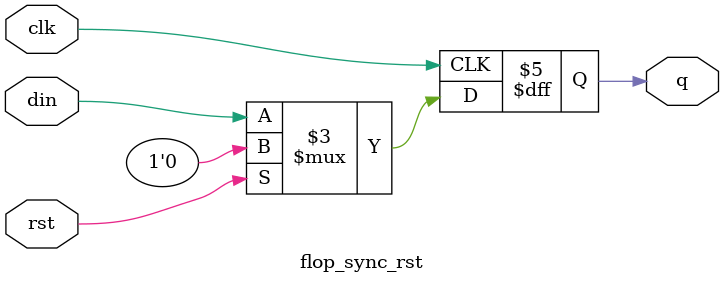
<source format=v>
module flop_sync_rst(
   input clk,
   input rst,
   input din,
   output reg q
);
always@(posedge clk)
   if(rst)
      q <= 0;
   else
      q <= din;
endmodule
</source>
